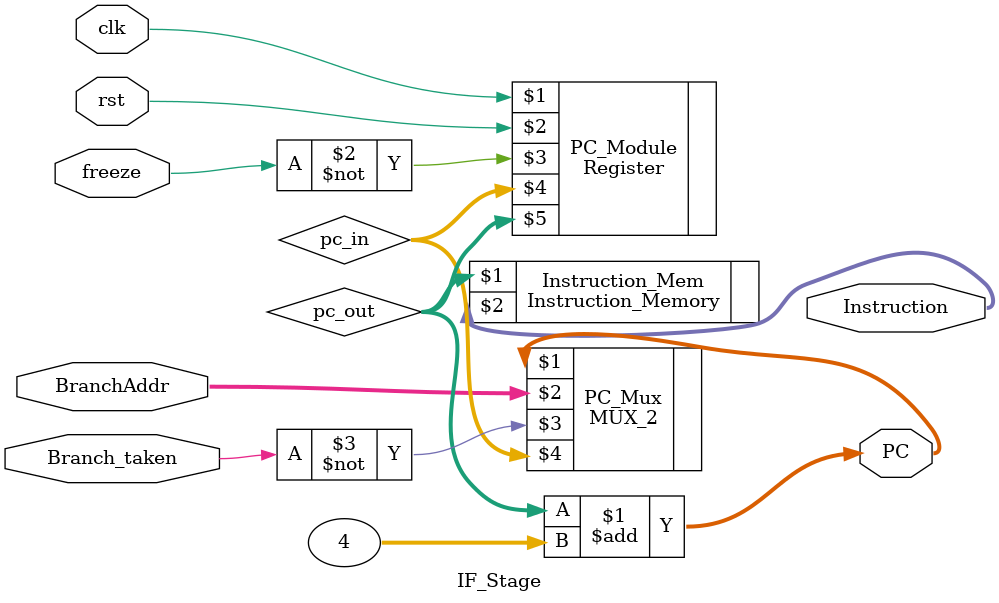
<source format=v>
module IF_Stage(
    input clk, rst, freeze, Branch_taken, 
    input [31:0] BranchAddr,
    output [31:0] PC, Instruction
);

    reg pc_write_en;
    wire [31:0] pc_in, pc_out;
    assign PC = pc_out + 4;
    Register PC_Module(clk, rst, ~freeze, pc_in, pc_out);
    MUX_2 PC_Mux(PC, BranchAddr, ~Branch_taken, pc_in);
    Instruction_Memory Instruction_Mem(pc_out, Instruction);

endmodule
</source>
